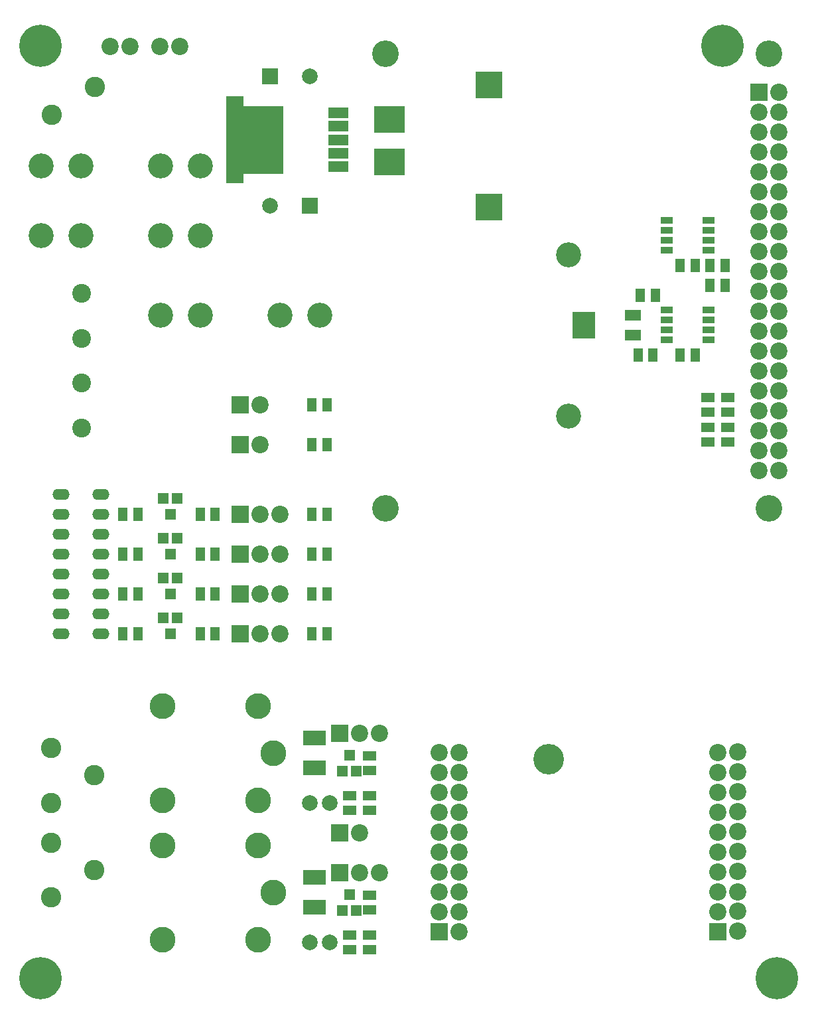
<source format=gbr>
G04 #@! TF.FileFunction,Soldermask,Bot*
%FSLAX46Y46*%
G04 Gerber Fmt 4.6, Leading zero omitted, Abs format (unit mm)*
G04 Created by KiCad (PCBNEW no-vcs-found) date Sun Dec 11 09:55:06 2016*
%MOMM*%
%LPD*%
G01*
G04 APERTURE LIST*
%ADD10C,0.100000*%
%ADD11C,3.400000*%
%ADD12C,2.200000*%
%ADD13R,2.200000X2.200000*%
%ADD14C,3.200000*%
%ADD15C,3.900000*%
%ADD16C,2.600000*%
%ADD17C,3.300000*%
%ADD18R,1.289000X1.797000*%
%ADD19R,3.900120X3.399740*%
%ADD20R,1.314400X1.314400*%
%ADD21R,2.899360X1.901140*%
%ADD22C,2.000000*%
%ADD23C,2.400000*%
%ADD24O,2.200000X1.400000*%
%ADD25R,3.399740X3.399740*%
%ADD26R,1.797000X1.289000*%
%ADD27R,1.543000X0.908000*%
%ADD28R,2.000200X1.400760*%
%ADD29R,2.899360X3.399740*%
%ADD30R,2.559000X1.466800*%
%ADD31R,7.385000X8.731200*%
%ADD32R,2.305000X1.631900*%
%ADD33C,5.400000*%
%ADD34R,2.000000X2.000000*%
G04 APERTURE END LIST*
D10*
D11*
X191990000Y-36510000D03*
X191990000Y-94510000D03*
X142990000Y-36510000D03*
X142990000Y-94510000D03*
D12*
X193260000Y-89640000D03*
X190720000Y-89640000D03*
X193260000Y-87100000D03*
X190720000Y-87100000D03*
X193260000Y-84560000D03*
X190720000Y-84560000D03*
X193260000Y-82020000D03*
X190720000Y-82020000D03*
X193260000Y-79480000D03*
X190720000Y-79480000D03*
X193260000Y-76940000D03*
X190720000Y-76940000D03*
X193260000Y-74400000D03*
X190720000Y-74400000D03*
D13*
X190720000Y-41380000D03*
D12*
X193260000Y-41380000D03*
X190720000Y-43920000D03*
X193260000Y-43920000D03*
X190720000Y-46460000D03*
X193260000Y-46460000D03*
X190720000Y-49000000D03*
X193260000Y-49000000D03*
X190720000Y-51540000D03*
X193260000Y-51540000D03*
X190720000Y-54080000D03*
X193260000Y-54080000D03*
X190720000Y-56620000D03*
X193260000Y-56620000D03*
X190720000Y-59160000D03*
X193260000Y-59160000D03*
X190720000Y-61700000D03*
X193260000Y-61700000D03*
X190720000Y-64240000D03*
X193260000Y-64240000D03*
X190720000Y-66780000D03*
X193260000Y-66780000D03*
X190720000Y-69320000D03*
X193260000Y-69320000D03*
X190720000Y-71860000D03*
X193260000Y-71860000D03*
D14*
X166370000Y-82699860D03*
X166370000Y-62199520D03*
D12*
X152400000Y-125620000D03*
X149860000Y-125620000D03*
X152400000Y-128160000D03*
X149860000Y-128160000D03*
X152400000Y-130700000D03*
X149860000Y-130700000D03*
X152400000Y-133240000D03*
X149860000Y-133240000D03*
X152400000Y-135780000D03*
X149860000Y-135780000D03*
X152400000Y-138320000D03*
X149860000Y-138320000D03*
X152400000Y-140860000D03*
X149860000Y-140860000D03*
X152400000Y-143400000D03*
X149860000Y-143400000D03*
X152400000Y-145940000D03*
X149860000Y-145940000D03*
X152400000Y-148480000D03*
D13*
X149860000Y-148480000D03*
D12*
X187960000Y-125590000D03*
X185420000Y-125620000D03*
X187960000Y-128130000D03*
X185420000Y-128160000D03*
X187960000Y-130670000D03*
X185420000Y-130700000D03*
X187960000Y-133210000D03*
X185420000Y-133240000D03*
X187960000Y-135750000D03*
X185420000Y-135780000D03*
X187960000Y-138290000D03*
X185420000Y-138320000D03*
X187960000Y-140830000D03*
X185420000Y-140860000D03*
X187960000Y-143400000D03*
X185420000Y-143400000D03*
X187960000Y-145910000D03*
X185420000Y-145940000D03*
X187960000Y-148450000D03*
D13*
X185420000Y-148480000D03*
D15*
X163830000Y-126540000D03*
D16*
X105830000Y-140645000D03*
X100330000Y-137145000D03*
X100330000Y-144145000D03*
D17*
X126751080Y-119730520D03*
X114548920Y-119730520D03*
X114548920Y-131729480D03*
X126751080Y-131729480D03*
X128750060Y-125730000D03*
D18*
X182562500Y-63500000D03*
X180657500Y-63500000D03*
X180657500Y-74930000D03*
X182562500Y-74930000D03*
X175260000Y-74930000D03*
X177165000Y-74930000D03*
X177482500Y-67310000D03*
X175577500Y-67310000D03*
D19*
X143510000Y-50325020D03*
X143510000Y-44924980D03*
D20*
X115570000Y-110490000D03*
X114681000Y-108458000D03*
X116459000Y-108458000D03*
X116459000Y-103378000D03*
X114681000Y-103378000D03*
X115570000Y-105410000D03*
X115570000Y-100330000D03*
X114681000Y-98298000D03*
X116459000Y-98298000D03*
X116459000Y-93218000D03*
X114681000Y-93218000D03*
X115570000Y-95250000D03*
D21*
X133985000Y-127635000D03*
X133985000Y-123825000D03*
D22*
X135890000Y-132080000D03*
X133350000Y-132080000D03*
D21*
X133985000Y-141605000D03*
X133985000Y-145415000D03*
D22*
X133350000Y-149860000D03*
X135890000Y-149860000D03*
D14*
X119380000Y-59690000D03*
X114300000Y-59690000D03*
X104140000Y-59690000D03*
X99060000Y-59690000D03*
X99060000Y-50800000D03*
X104140000Y-50800000D03*
X114300000Y-50800000D03*
X119380000Y-50800000D03*
X114300000Y-69850000D03*
X119380000Y-69850000D03*
X129540000Y-69850000D03*
X134620000Y-69850000D03*
D16*
X100420000Y-44280000D03*
X105920000Y-40780000D03*
D23*
X104280200Y-67090000D03*
X104280200Y-72805000D03*
X104280200Y-78520000D03*
X104280200Y-84235000D03*
D16*
X100330000Y-132080000D03*
X100330000Y-125080000D03*
X105830000Y-128580000D03*
D24*
X101600000Y-107950000D03*
X101600000Y-110490000D03*
X101600000Y-105410000D03*
X101600000Y-102870000D03*
X101600000Y-100330000D03*
X101600000Y-97790000D03*
X106680000Y-110490000D03*
X106680000Y-107950000D03*
X106680000Y-105410000D03*
X106680000Y-102870000D03*
X106680000Y-100330000D03*
X106680000Y-97790000D03*
X101600000Y-92710000D03*
X101600000Y-95250000D03*
X106680000Y-92710000D03*
X106680000Y-95250000D03*
D13*
X124460000Y-81280000D03*
D12*
X127000000Y-81280000D03*
X127000000Y-86360000D03*
D13*
X124460000Y-86360000D03*
D12*
X139700000Y-135890000D03*
D13*
X137160000Y-135890000D03*
D25*
X156210000Y-56060340D03*
X156210000Y-40459660D03*
D20*
X138430000Y-125984000D03*
X139319000Y-128016000D03*
X137541000Y-128016000D03*
X137541000Y-145796000D03*
X139319000Y-145796000D03*
X138430000Y-143764000D03*
D18*
X133667500Y-81280000D03*
X135572500Y-81280000D03*
X135572500Y-86360000D03*
X133667500Y-86360000D03*
X133667500Y-110490000D03*
X135572500Y-110490000D03*
X133667500Y-105410000D03*
X135572500Y-105410000D03*
X135572500Y-100330000D03*
X133667500Y-100330000D03*
D26*
X184150000Y-80327500D03*
X184150000Y-82232500D03*
X186690000Y-82232500D03*
X186690000Y-80327500D03*
D18*
X135572500Y-95250000D03*
X133667500Y-95250000D03*
D26*
X186690000Y-86042500D03*
X186690000Y-84137500D03*
X184150000Y-86042500D03*
X184150000Y-84137500D03*
D18*
X186372500Y-63500000D03*
X184467500Y-63500000D03*
X184467500Y-66040000D03*
X186372500Y-66040000D03*
X111442500Y-110490000D03*
X109537500Y-110490000D03*
X109537500Y-105410000D03*
X111442500Y-105410000D03*
X111442500Y-100330000D03*
X109537500Y-100330000D03*
X111442500Y-95250000D03*
X109537500Y-95250000D03*
X121285000Y-110490000D03*
X119380000Y-110490000D03*
X121285000Y-105410000D03*
X119380000Y-105410000D03*
X121285000Y-100330000D03*
X119380000Y-100330000D03*
X119380000Y-95250000D03*
X121285000Y-95250000D03*
D26*
X140970000Y-133032500D03*
X140970000Y-131127500D03*
X140970000Y-126047500D03*
X140970000Y-127952500D03*
X138430000Y-131127500D03*
X138430000Y-133032500D03*
X140970000Y-150812500D03*
X140970000Y-148907500D03*
X140970000Y-145732500D03*
X140970000Y-143827500D03*
X138430000Y-150812500D03*
X138430000Y-148907500D03*
D17*
X128750060Y-143510000D03*
X126751080Y-149509480D03*
X114548920Y-149509480D03*
X114548920Y-137510520D03*
X126751080Y-137510520D03*
D12*
X116819680Y-35560000D03*
X114279680Y-35560000D03*
X107929680Y-35560000D03*
X110469680Y-35560000D03*
D27*
X178943000Y-57785000D03*
X178943000Y-59055000D03*
X178943000Y-60325000D03*
X184277000Y-57785000D03*
X184277000Y-59055000D03*
X184277000Y-60325000D03*
X178943000Y-61595000D03*
X184277000Y-61595000D03*
X184277000Y-73025000D03*
X178943000Y-73025000D03*
X184277000Y-71755000D03*
X184277000Y-70485000D03*
X184277000Y-69215000D03*
X178943000Y-71755000D03*
X178943000Y-70485000D03*
X178943000Y-69215000D03*
D28*
X174625000Y-72390000D03*
X174625000Y-69850000D03*
D29*
X168374060Y-71120000D03*
D30*
X137020000Y-47480000D03*
X137020000Y-45778200D03*
X137020000Y-49181800D03*
X137020000Y-50883600D03*
X137020000Y-44076400D03*
D31*
X126339300Y-47480000D03*
D32*
X123799300Y-52255200D03*
X123799300Y-42704800D03*
D13*
X137160000Y-123190000D03*
D12*
X139700000Y-123190000D03*
X142240000Y-123190000D03*
X142240000Y-140970000D03*
X139700000Y-140970000D03*
D13*
X137160000Y-140970000D03*
D12*
X129540000Y-110490000D03*
X127000000Y-110490000D03*
D13*
X124460000Y-110490000D03*
X124460000Y-105410000D03*
D12*
X127000000Y-105410000D03*
X129540000Y-105410000D03*
D13*
X124460000Y-100330000D03*
D12*
X127000000Y-100330000D03*
X129540000Y-100330000D03*
X129540000Y-95250000D03*
X127000000Y-95250000D03*
D13*
X124460000Y-95250000D03*
D33*
X99020000Y-35480000D03*
X99020000Y-154480000D03*
X186020000Y-35480000D03*
X193020000Y-154480000D03*
D34*
X128270000Y-39370000D03*
D22*
X133350000Y-39370000D03*
D34*
X133350000Y-55880000D03*
D22*
X128270000Y-55880000D03*
M02*

</source>
